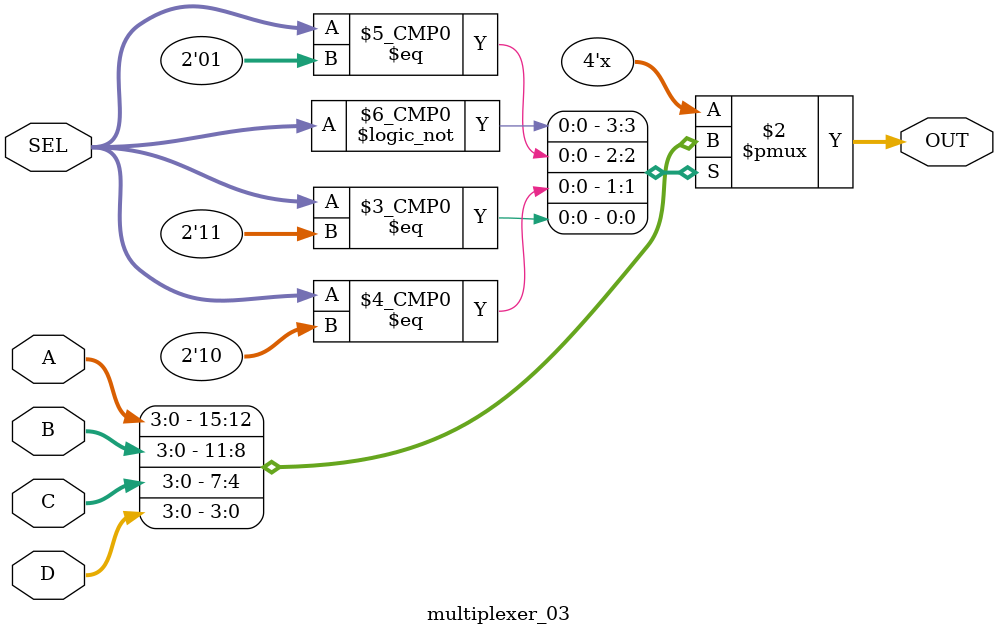
<source format=v>
module multiplexer_03(
    input [1:0] SEL,
    input [3:0] A,
    input [3:0] B,
    input [3:0] C,
    input [3:0] D,

    output reg [3:0] OUT
);
    always @ (SEL or A or B or C or D) begin
        case(SEL)
            2'b00: OUT <= A;
            2'b01: OUT <= B;
            2'b10: OUT <= C;
            2'b11: OUT <= D;
        endcase
    end
endmodule

</source>
